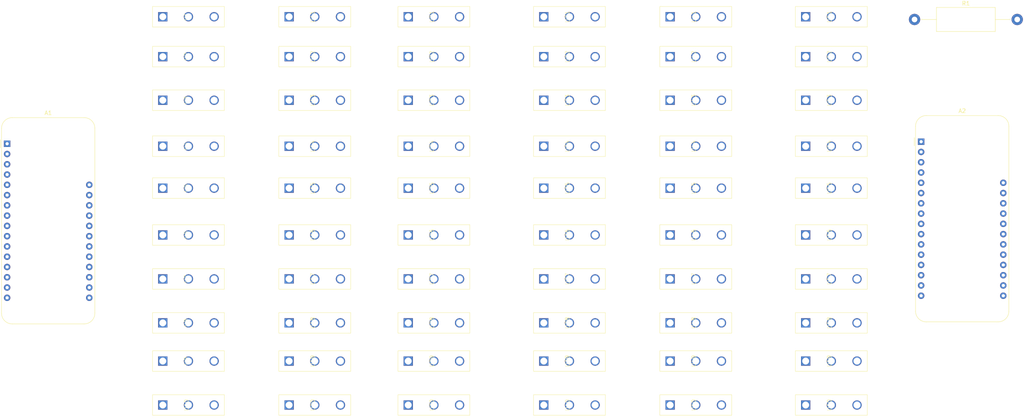
<source format=kicad_pcb>
(kicad_pcb (version 20221018) (generator pcbnew)
  (layers (0 "F.Cu" signal) (31 "B.Cu" signal) (34 "B.Paste" user) (35 "F.Paste" user) (36 "B.SilkS" user "B.Silkscreen") (37 "F.SilkS" user "F.Silkscreen") (38 "B.Mask" user) (39 "F.Mask" user) (44 "Edge.Cuts" user))
  (net 0 "")
  (net 2 "Net-(A1-3V3)")
  (net 4 "Earth")
  (net 9 "Net-(A1-A4)")
  (net 10 "Net-(A1-A5)")
  (net 11 "Net-(A1-SCK{slash}D24)")
  (net 12 "Net-(A1-MOSI{slash}D23)")
  (net 13 "Net-(A1-MISO{slash}D22)")
  (net 22 "Net-(A1-D11)")
  (net 43 "Net-(A2-D4)")
  (footprint "1_my_custom_symbol_library:DS18B20 Connector" (layer "F.Cu") (at 75.184 59.73522)
    (fp_text reference "U2" (at -0.5 0 90 unlocked) (layer "F.SilkS") (effects (font (thickness 0.1))))
    (fp_text value "DS18B20")
    (fp_rect (start -8.89 2.54) (end 8.89 -2.54) (stroke (width 0.1)) (fill none) (layer "F.SilkS"))
    (pad "1" thru_hole rect (at -6.35 0 90) (size 2.3 2.3) (drill 1.7) (layers "*.Cu" "*.Mask") (net 2 "Net-(A1-3V3)"))
    (pad "2" thru_hole circle (at 0 0 90) (size 2.3 2.3) (drill 1.7) (layers "*.Cu" "*.Mask") (net 43 "Net-(A2-D4)"))
    (pad "3" thru_hole circle (at 6.35 0 90) (size 2.3 2.3) (drill 1.7) (layers "*.Cu" "*.Mask") (net 4 "Earth"))
  )
  (footprint "1_my_custom_symbol_library:DS18B20 Connector" (layer "F.Cu") (at 135.89 145.902)
    (fp_text reference "U30" (at -0.5 0 90 unlocked) (layer "F.SilkS") (effects (font (thickness 0.1))))
    (fp_text value "DS18B20")
    (fp_rect (start -8.89 2.54) (end 8.89 -2.54) (stroke (width 0.1)) (fill none) (layer "F.SilkS"))
    (pad "1" thru_hole rect (at -6.35 0 90) (size 2.3 2.3) (drill 1.7) (layers "*.Cu" "*.Mask") (net 2 "Net-(A1-3V3)"))
    (pad "2" thru_hole circle (at 0 0 90) (size 2.3 2.3) (drill 1.7) (layers "*.Cu" "*.Mask") (net 43 "Net-(A2-D4)"))
    (pad "3" thru_hole circle (at 6.35 0 90) (size 2.3 2.3) (drill 1.7) (layers "*.Cu" "*.Mask") (net 4 "Earth"))
  )
  (footprint "1_my_custom_symbol_library:DS18B20 Connector" (layer "F.Cu") (at 106.43077 103.842)
    (fp_text reference "U16" (at -0.5 0 90 unlocked) (layer "F.SilkS") (effects (font (thickness 0.1))))
    (fp_text value "DS18B20")
    (fp_rect (start -8.89 2.54) (end 8.89 -2.54) (stroke (width 0.1)) (fill none) (layer "F.SilkS"))
    (pad "1" thru_hole rect (at -6.35 0 90) (size 2.3 2.3) (drill 1.7) (layers "*.Cu" "*.Mask") (net 2 "Net-(A1-3V3)"))
    (pad "2" thru_hole circle (at 0 0 90) (size 2.3 2.3) (drill 1.7) (layers "*.Cu" "*.Mask") (net 43 "Net-(A2-D4)"))
    (pad "3" thru_hole circle (at 6.35 0 90) (size 2.3 2.3) (drill 1.7) (layers "*.Cu" "*.Mask") (net 4 "Earth"))
  )
  (footprint "1_my_custom_symbol_library:DS18B20 Connector" (layer "F.Cu") (at 200.66 103.842)
    (fp_text reference "U46" (at -0.5 0 90 unlocked) (layer "F.SilkS") (effects (font (thickness 0.1))))
    (fp_text value "DS18B20")
    (fp_rect (start -8.89 2.54) (end 8.89 -2.54) (stroke (width 0.1)) (fill none) (layer "F.SilkS"))
    (pad "1" thru_hole rect (at -6.35 0 90) (size 2.3 2.3) (drill 1.7) (layers "*.Cu" "*.Mask") (net 2 "Net-(A1-3V3)"))
    (pad "2" thru_hole circle (at 0 0 90) (size 2.3 2.3) (drill 1.7) (layers "*.Cu" "*.Mask") (net 43 "Net-(A2-D4)"))
    (pad "3" thru_hole circle (at 6.35 0 90) (size 2.3 2.3) (drill 1.7) (layers "*.Cu" "*.Mask") (net 4 "Earth"))
  )
  (footprint "1_my_custom_symbol_library:DS18B20 Connector" (layer "F.Cu") (at 234.188 103.842)
    (fp_text reference "U56" (at -0.5 0 90 unlocked) (layer "F.SilkS") (effects (font (thickness 0.1))))
    (fp_text value "DS18B20")
    (fp_rect (start -8.89 2.54) (end 8.89 -2.54) (stroke (width 0.1)) (fill none) (layer "F.SilkS"))
    (pad "1" thru_hole rect (at -6.35 0 90) (size 2.3 2.3) (drill 1.7) (layers "*.Cu" "*.Mask") (net 2 "Net-(A1-3V3)"))
    (pad "2" thru_hole circle (at 0 0 90) (size 2.3 2.3) (drill 1.7) (layers "*.Cu" "*.Mask") (net 43 "Net-(A2-D4)"))
    (pad "3" thru_hole circle (at 6.35 0 90) (size 2.3 2.3) (drill 1.7) (layers "*.Cu" "*.Mask") (net 4 "Earth"))
  )
  (footprint "1_my_custom_symbol_library:DS18B20 Connector" (layer "F.Cu") (at 169.418 59.73522)
    (fp_text reference "U32" (at -0.5 0 90 unlocked) (layer "F.SilkS") (effects (font (thickness 0.1))))
    (fp_text value "DS18B20")
    (fp_rect (start -8.89 2.54) (end 8.89 -2.54) (stroke (width 0.1)) (fill none) (layer "F.SilkS"))
    (pad "1" thru_hole rect (at -6.35 0 90) (size 2.3 2.3) (drill 1.7) (layers "*.Cu" "*.Mask") (net 2 "Net-(A1-3V3)"))
    (pad "2" thru_hole circle (at 0 0 90) (size 2.3 2.3) (drill 1.7) (layers "*.Cu" "*.Mask") (net 43 "Net-(A2-D4)"))
    (pad "3" thru_hole circle (at 6.35 0 90) (size 2.3 2.3) (drill 1.7) (layers "*.Cu" "*.Mask") (net 4 "Earth"))
  )
  (footprint "1_my_custom_symbol_library:DS18B20 Connector" (layer "F.Cu") (at 106.43077 59.73522)
    (fp_text reference "U12" (at -0.5 0 90 unlocked) (layer "F.SilkS") (effects (font (thickness 0.1))))
    (fp_text value "DS18B20")
    (fp_rect (start -8.89 2.54) (end 8.89 -2.54) (stroke (width 0.1)) (fill none) (layer "F.SilkS"))
    (pad "1" thru_hole rect (at -6.35 0 90) (size 2.3 2.3) (drill 1.7) (layers "*.Cu" "*.Mask") (net 2 "Net-(A1-3V3)"))
    (pad "2" thru_hole circle (at 0 0 90) (size 2.3 2.3) (drill 1.7) (layers "*.Cu" "*.Mask") (net 43 "Net-(A2-D4)"))
    (pad "3" thru_hole circle (at 6.35 0 90) (size 2.3 2.3) (drill 1.7) (layers "*.Cu" "*.Mask") (net 4 "Earth"))
  )
  (footprint "1_my_custom_symbol_library:DS18B20 Connector" (layer "F.Cu") (at 234.188 125.582)
    (fp_text reference "U58" (at -0.5 0 90 unlocked) (layer "F.SilkS") (effects (font (thickness 0.1))))
    (fp_text value "DS18B20")
    (fp_rect (start -8.89 2.54) (end 8.89 -2.54) (stroke (width 0.1)) (fill none) (layer "F.SilkS"))
    (pad "1" thru_hole rect (at -6.35 0 90) (size 2.3 2.3) (drill 1.7) (layers "*.Cu" "*.Mask") (net 2 "Net-(A1-3V3)"))
    (pad "2" thru_hole circle (at 0 0 90) (size 2.3 2.3) (drill 1.7) (layers "*.Cu" "*.Mask") (net 43 "Net-(A2-D4)"))
    (pad "3" thru_hole circle (at 6.35 0 90) (size 2.3 2.3) (drill 1.7) (layers "*.Cu" "*.Mask") (net 4 "Earth"))
  )
  (footprint "1_my_custom_symbol_library:DS18B20 Connector" (layer "F.Cu") (at 106.43077 145.902)
    (fp_text reference "U20" (at -0.5 0 90 unlocked) (layer "F.SilkS") (effects (font (thickness 0.1))))
    (fp_text value "DS18B20")
    (fp_rect (start -8.89 2.54) (end 8.89 -2.54) (stroke (width 0.1)) (fill none) (layer "F.SilkS"))
    (pad "1" thru_hole rect (at -6.35 0 90) (size 2.3 2.3) (drill 1.7) (layers "*.Cu" "*.Mask") (net 2 "Net-(A1-3V3)"))
    (pad "2" thru_hole circle (at 0 0 90) (size 2.3 2.3) (drill 1.7) (layers "*.Cu" "*.Mask") (net 43 "Net-(A2-D4)"))
    (pad "3" thru_hole circle (at 6.35 0 90) (size 2.3 2.3) (drill 1.7) (layers "*.Cu" "*.Mask") (net 4 "Earth"))
  )
  (footprint "Resistor_THT:R_Axial_DIN0614_L14.3mm_D5.7mm_P25.40mm_Horizontal" (layer "F.Cu") (at 254.762 50.546)
    (fp_text reference "R1" (at 12.7 -3.97) (layer "F.SilkS"))
    (fp_text value "R_US")
    (fp_line (start 1.64 0) (end 5.43 0) (stroke (width 0.12)) (layer "F.SilkS"))
    (fp_line (start 5.43 -2.97) (end 5.43 2.97) (stroke (width 0.12)) (layer "F.SilkS"))
    (fp_line (start 5.43 2.97) (end 19.97 2.97) (stroke (width 0.12)) (layer "F.SilkS"))
    (fp_line (start 19.97 -2.97) (end 5.43 -2.97) (stroke (width 0.12)) (layer "F.SilkS"))
    (fp_line (start 19.97 2.97) (end 19.97 -2.97) (stroke (width 0.12)) (layer "F.SilkS"))
    (fp_line (start 23.76 0) (end 19.97 0) (stroke (width 0.12)) (layer "F.SilkS"))
    (pad "1" thru_hole circle (at 0 0) (size 2.8 2.8) (drill 1.4) (layers "*.Cu" "*.Mask") (net 43 "Net-(A2-D4)"))
    (pad "2" thru_hole oval (at 25.4 0) (size 2.8 2.8) (drill 1.4) (layers "*.Cu" "*.Mask") (net 2 "Net-(A1-3V3)"))
  )
  (footprint "1_my_custom_symbol_library:DS18B20 Connector" (layer "F.Cu") (at 106.43077 70.522)
    (fp_text reference "U13" (at -0.5 0 90 unlocked) (layer "F.SilkS") (effects (font (thickness 0.1))))
    (fp_text value "DS18B20")
    (fp_rect (start -8.89 2.54) (end 8.89 -2.54) (stroke (width 0.1)) (fill none) (layer "F.SilkS"))
    (pad "1" thru_hole rect (at -6.35 0 90) (size 2.3 2.3) (drill 1.7) (layers "*.Cu" "*.Mask") (net 2 "Net-(A1-3V3)"))
    (pad "2" thru_hole circle (at 0 0 90) (size 2.3 2.3) (drill 1.7) (layers "*.Cu" "*.Mask") (net 43 "Net-(A2-D4)"))
    (pad "3" thru_hole circle (at 6.35 0 90) (size 2.3 2.3) (drill 1.7) (layers "*.Cu" "*.Mask") (net 4 "Earth"))
  )
  (footprint "1_my_custom_symbol_library:DS18B20 Connector" (layer "F.Cu") (at 234.188 92.262)
    (fp_text reference "U55" (at -0.5 0 90 unlocked) (layer "F.SilkS") (effects (font (thickness 0.1))))
    (fp_text value "DS18B20")
    (fp_rect (start -8.89 2.54) (end 8.89 -2.54) (stroke (width 0.1)) (fill none) (layer "F.SilkS"))
    (pad "1" thru_hole rect (at -6.35 0 90) (size 2.3 2.3) (drill 1.7) (layers "*.Cu" "*.Mask") (net 2 "Net-(A1-3V3)"))
    (pad "2" thru_hole circle (at 0 0 90) (size 2.3 2.3) (drill 1.7) (layers "*.Cu" "*.Mask") (net 43 "Net-(A2-D4)"))
    (pad "3" thru_hole circle (at 6.35 0 90) (size 2.3 2.3) (drill 1.7) (layers "*.Cu" "*.Mask") (net 4 "Earth"))
  )
  (footprint "Module:Adafruit_Feather" (layer "F.Cu") (at 30.3335 81.28)
    (fp_text reference "A1" (at 10.16 -7.62) (layer "F.SilkS"))
    (fp_text value "Adafruit_Feather_M0_Adalogger")
    (fp_line (start -1.7 1) (end -1.7 -1) (stroke (width 0.12)) (layer "F.SilkS"))
    (fp_line (start -1.38 -3.81) (end -1.38 41.91) (stroke (width 0.12)) (layer "F.SilkS"))
    (fp_line (start 19.05 -6.46) (end 1.27 -6.46) (stroke (width 0.12)) (layer "F.SilkS"))
    (fp_line (start 19.05 44.56) (end 1.27 44.56) (stroke (width 0.12)) (layer "F.SilkS"))
    (fp_line (start 21.7 -3.81) (end 21.7 41.91) (stroke (width 0.12)) (layer "F.SilkS"))
    (fp_arc (start -1.38 -3.81) (mid -0.603833 -5.683833) (end 1.27 -6.46) (stroke (width 0.12)) (layer "F.SilkS"))
    (fp_arc (start 1.27 44.56) (mid -0.603833 43.783833) (end -1.38 41.91) (stroke (width 0.12)) (layer "F.SilkS"))
    (fp_arc (start 19.05 -6.46) (mid 20.923833 -5.683833) (end 21.7 -3.81) (stroke (width 0.12)) (layer "F.SilkS"))
    (fp_arc (start 21.7 41.91) (mid 20.923833 43.783833) (end 19.05 44.56) (stroke (width 0.12)) (layer "F.SilkS"))
    (pad "1" thru_hole rect (at 0 0 180) (size 1.6 1.6) (drill 0.8) (layers "*.Cu" "*.Mask"))
    (pad "2" thru_hole circle (at 0 2.54 180) (size 1.6 1.6) (drill 0.8) (layers "*.Cu" "*.Mask") (net 2 "Net-(A1-3V3)"))
    (pad "3" thru_hole circle (at 0 5.08 180) (size 1.6 1.6) (drill 0.8) (layers "*.Cu" "*.Mask"))
    (pad "4" thru_hole circle (at 0 7.62 180) (size 1.6 1.6) (drill 0.8) (layers "*.Cu" "*.Mask") (net 4 "Earth"))
    (pad "5" thru_hole circle (at 0 10.16 180) (size 1.6 1.6) (drill 0.8) (layers "*.Cu" "*.Mask"))
    (pad "6" thru_hole circle (at 0 12.7 180) (size 1.6 1.6) (drill 0.8) (layers "*.Cu" "*.Mask"))
    (pad "7" thru_hole circle (at 0 15.24 180) (size 1.6 1.6) (drill 0.8) (layers "*.Cu" "*.Mask"))
    (pad "8" thru_hole circle (at 0 17.78 180) (size 1.6 1.6) (drill 0.8) (layers "*.Cu" "*.Mask"))
    (pad "9" thru_hole circle (at 0 20.32 180) (size 1.6 1.6) (drill 0.8) (layers "*.Cu" "*.Mask") (net 9 "Net-(A1-A4)"))
    (pad "10" thru_hole circle (at 0 22.86 180) (size 1.6 1.6) (drill 0.8) (layers "*.Cu" "*.Mask") (net 10 "Net-(A1-A5)"))
    (pad "11" thru_hole circle (at 0 25.4 180) (size 1.6 1.6) (drill 0.8) (layers "*.Cu" "*.Mask") (net 11 "Net-(A1-SCK{slash}D24)"))
    (pad "12" thru_hole circle (at 0 27.94 180) (size 1.6 1.6) (drill 0.8) (layers "*.Cu" "*.Mask") (net 12 "Net-(A1-MOSI{slash}D23)"))
    (pad "13" thru_hole circle (at 0 30.48 180) (size 1.6 1.6) (drill 0.8) (layers "*.Cu" "*.Mask") (net 13 "Net-(A1-MISO{slash}D22)"))
    (pad "14" thru_hole circle (at 0 33.02 180) (size 1.6 1.6) (drill 0.8) (layers "*.Cu" "*.Mask"))
    (pad "15" thru_hole circle (at 0 35.56 180) (size 1.6 1.6) (drill 0.8) (layers "*.Cu" "*.Mask"))
    (pad "16" thru_hole circle (at 0 38.1 180) (size 1.6 1.6) (drill 0.8) (layers "*.Cu" "*.Mask") (net 4 "Earth"))
    (pad "17" thru_hole circle (at 20.32 38.1 180) (size 1.6 1.6) (drill 0.8) (layers "*.Cu" "*.Mask"))
    (pad "18" thru_hole circle (at 20.32 35.56 180) (size 1.6 1.6) (drill 0.8) (layers "*.Cu" "*.Mask"))
    (pad "19" thru_hole circle (at 20.32 33.02 180) (size 1.6 1.6) (drill 0.8) (layers "*.Cu" "*.Mask"))
    (pad "20" thru_hole circle (at 20.32 30.48 180) (size 1.6 1.6) (drill 0.8) (layers "*.Cu" "*.Mask"))
    (pad "21" thru_hole circle (at 20.32 27.94 180) (size 1.6 1.6) (drill 0.8) (layers "*.Cu" "*.Mask"))
    (pad "22" thru_hole circle (at 20.32 25.4 180) (size 1.6 1.6) (drill 0.8) (layers "*.Cu" "*.Mask"))
    (pad "23" thru_hole circle (at 20.32 22.86 180) (size 1.6 1.6) (drill 0.8) (layers "*.Cu" "*.Mask") (net 22 "Net-(A1-D11)"))
    (pad "24" thru_hole circle (at 20.32 20.32 180) (size 1.6 1.6) (drill 0.8) (layers "*.Cu" "*.Mask"))
    (pad "25" thru_hole circle (at 20.32 17.78 180) (size 1.6 1.6) (drill 0.8) (layers "*.Cu" "*.Mask"))
    (pad "26" thru_hole circle (at 20.32 15.24 180) (size 1.6 1.6) (drill 0.8) (layers "*.Cu" "*.Mask"))
    (pad "27" thru_hole circle (at 20.32 12.7 180) (size 1.6 1.6) (drill 0.8) (layers "*.Cu" "*.Mask"))
    (pad "28" thru_hole circle (at 20.32 10.16 180) (size 1.6 1.6) (drill 0.8) (layers "*.Cu" "*.Mask"))
  )
  (footprint "1_my_custom_symbol_library:DS18B20 Connector" (layer "F.Cu") (at 106.43077 125.582)
    (fp_text reference "U18" (at -0.5 0 90 unlocked) (layer "F.SilkS") (effects (font (thickness 0.1))))
    (fp_text value "DS18B20")
    (fp_rect (start -8.89 2.54) (end 8.89 -2.54) (stroke (width 0.1)) (fill none) (layer "F.SilkS"))
    (pad "1" thru_hole rect (at -6.35 0 90) (size 2.3 2.3) (drill 1.7) (layers "*.Cu" "*.Mask") (net 2 "Net-(A1-3V3)"))
    (pad "2" thru_hole circle (at 0 0 90) (size 2.3 2.3) (drill 1.7) (layers "*.Cu" "*.Mask") (net 43 "Net-(A2-D4)"))
    (pad "3" thru_hole circle (at 6.35 0 90) (size 2.3 2.3) (drill 1.7) (layers "*.Cu" "*.Mask") (net 4 "Earth"))
  )
  (footprint "1_my_custom_symbol_library:DS18B20 Connector" (layer "F.Cu") (at 75.184 70.522)
    (fp_text reference "U3" (at -0.5 0 90 unlocked) (layer "F.SilkS") (effects (font (thickness 0.1))))
    (fp_text value "DS18B20")
    (fp_rect (start -8.89 2.54) (end 8.89 -2.54) (stroke (width 0.1)) (fill none) (layer "F.SilkS"))
    (pad "1" thru_hole rect (at -6.35 0 90) (size 2.3 2.3) (drill 1.7) (layers "*.Cu" "*.Mask") (net 2 "Net-(A1-3V3)"))
    (pad "2" thru_hole circle (at 0 0 90) (size 2.3 2.3) (drill 1.7) (layers "*.Cu" "*.Mask") (net 43 "Net-(A2-D4)"))
    (pad "3" thru_hole circle (at 6.35 0 90) (size 2.3 2.3) (drill 1.7) (layers "*.Cu" "*.Mask") (net 4 "Earth"))
  )
  (footprint "1_my_custom_symbol_library:DS18B20 Connector" (layer "F.Cu") (at 234.188 70.522)
    (fp_text reference "U53" (at -0.5 0 90 unlocked) (layer "F.SilkS") (effects (font (thickness 0.1))))
    (fp_text value "DS18B20")
    (fp_rect (start -8.89 2.54) (end 8.89 -2.54) (stroke (width 0.1)) (fill none) (layer "F.SilkS"))
    (pad "1" thru_hole rect (at -6.35 0 90) (size 2.3 2.3) (drill 1.7) (layers "*.Cu" "*.Mask") (net 2 "Net-(A1-3V3)"))
    (pad "2" thru_hole circle (at 0 0 90) (size 2.3 2.3) (drill 1.7) (layers "*.Cu" "*.Mask") (net 43 "Net-(A2-D4)"))
    (pad "3" thru_hole circle (at 6.35 0 90) (size 2.3 2.3) (drill 1.7) (layers "*.Cu" "*.Mask") (net 4 "Earth"))
  )
  (footprint "1_my_custom_symbol_library:DS18B20 Connector" (layer "F.Cu") (at 135.89 70.522)
    (fp_text reference "U23" (at -0.5 0 90 unlocked) (layer "F.SilkS") (effects (font (thickness 0.1))))
    (fp_text value "DS18B20")
    (fp_rect (start -8.89 2.54) (end 8.89 -2.54) (stroke (width 0.1)) (fill none) (layer "F.SilkS"))
    (pad "1" thru_hole rect (at -6.35 0 90) (size 2.3 2.3) (drill 1.7) (layers "*.Cu" "*.Mask") (net 2 "Net-(A1-3V3)"))
    (pad "2" thru_hole circle (at 0 0 90) (size 2.3 2.3) (drill 1.7) (layers "*.Cu" "*.Mask") (net 43 "Net-(A2-D4)"))
    (pad "3" thru_hole circle (at 6.35 0 90) (size 2.3 2.3) (drill 1.7) (layers "*.Cu" "*.Mask") (net 4 "Earth"))
  )
  (footprint "1_my_custom_symbol_library:DS18B20 Connector" (layer "F.Cu") (at 135.89 114.712)
    (fp_text reference "U27" (at -0.5 0 90 unlocked) (layer "F.SilkS") (effects (font (thickness 0.1))))
    (fp_text value "DS18B20")
    (fp_rect (start -8.89 2.54) (end 8.89 -2.54) (stroke (width 0.1)) (fill none) (layer "F.SilkS"))
    (pad "1" thru_hole rect (at -6.35 0 90) (size 2.3 2.3) (drill 1.7) (layers "*.Cu" "*.Mask") (net 2 "Net-(A1-3V3)"))
    (pad "2" thru_hole circle (at 0 0 90) (size 2.3 2.3) (drill 1.7) (layers "*.Cu" "*.Mask") (net 43 "Net-(A2-D4)"))
    (pad "3" thru_hole circle (at 6.35 0 90) (size 2.3 2.3) (drill 1.7) (layers "*.Cu" "*.Mask") (net 4 "Earth"))
  )
  (footprint "1_my_custom_symbol_library:DS18B20 Connector" (layer "F.Cu") (at 200.66 125.582)
    (fp_text reference "U48" (at -0.5 0 90 unlocked) (layer "F.SilkS") (effects (font (thickness 0.1))))
    (fp_text value "DS18B20")
    (fp_rect (start -8.89 2.54) (end 8.89 -2.54) (stroke (width 0.1)) (fill none) (layer "F.SilkS"))
    (pad "1" thru_hole rect (at -6.35 0 90) (size 2.3 2.3) (drill 1.7) (layers "*.Cu" "*.Mask") (net 2 "Net-(A1-3V3)"))
    (pad "2" thru_hole circle (at 0 0 90) (size 2.3 2.3) (drill 1.7) (layers "*.Cu" "*.Mask") (net 43 "Net-(A2-D4)"))
    (pad "3" thru_hole circle (at 6.35 0 90) (size 2.3 2.3) (drill 1.7) (layers "*.Cu" "*.Mask") (net 4 "Earth"))
  )
  (footprint "1_my_custom_symbol_library:DS18B20 Connector" (layer "F.Cu") (at 135.89 125.582)
    (fp_text reference "U28" (at -0.5 0 90 unlocked) (layer "F.SilkS") (effects (font (thickness 0.1))))
    (fp_text value "DS18B20")
    (fp_rect (start -8.89 2.54) (end 8.89 -2.54) (stroke (width 0.1)) (fill none) (layer "F.SilkS"))
    (pad "1" thru_hole rect (at -6.35 0 90) (size 2.3 2.3) (drill 1.7) (layers "*.Cu" "*.Mask") (net 2 "Net-(A1-3V3)"))
    (pad "2" thru_hole circle (at 0 0 90) (size 2.3 2.3) (drill 1.7) (layers "*.Cu" "*.Mask") (net 43 "Net-(A2-D4)"))
    (pad "3" thru_hole circle (at 6.35 0 90) (size 2.3 2.3) (drill 1.7) (layers "*.Cu" "*.Mask") (net 4 "Earth"))
  )
  (footprint "1_my_custom_symbol_library:DS18B20 Connector" (layer "F.Cu") (at 169.418 145.902)
    (fp_text reference "U40" (at -0.5 0 90 unlocked) (layer "F.SilkS") (effects (font (thickness 0.1))))
    (fp_text value "DS18B20")
    (fp_rect (start -8.89 2.54) (end 8.89 -2.54) (stroke (width 0.1)) (fill none) (layer "F.SilkS"))
    (pad "1" thru_hole rect (at -6.35 0 90) (size 2.3 2.3) (drill 1.7) (layers "*.Cu" "*.Mask") (net 2 "Net-(A1-3V3)"))
    (pad "2" thru_hole circle (at 0 0 90) (size 2.3 2.3) (drill 1.7) (layers "*.Cu" "*.Mask") (net 43 "Net-(A2-D4)"))
    (pad "3" thru_hole circle (at 6.35 0 90) (size 2.3 2.3) (drill 1.7) (layers "*.Cu" "*.Mask") (net 4 "Earth"))
  )
  (footprint "1_my_custom_symbol_library:DS18B20 Connector" (layer "F.Cu") (at 169.418 103.842)
    (fp_text reference "U36" (at -0.5 0 90 unlocked) (layer "F.SilkS") (effects (font (thickness 0.1))))
    (fp_text value "DS18B20")
    (fp_rect (start -8.89 2.54) (end 8.89 -2.54) (stroke (width 0.1)) (fill none) (layer "F.SilkS"))
    (pad "1" thru_hole rect (at -6.35 0 90) (size 2.3 2.3) (drill 1.7) (layers "*.Cu" "*.Mask") (net 2 "Net-(A1-3V3)"))
    (pad "2" thru_hole circle (at 0 0 90) (size 2.3 2.3) (drill 1.7) (layers "*.Cu" "*.Mask") (net 43 "Net-(A2-D4)"))
    (pad "3" thru_hole circle (at 6.35 0 90) (size 2.3 2.3) (drill 1.7) (layers "*.Cu" "*.Mask") (net 4 "Earth"))
  )
  (footprint "1_my_custom_symbol_library:DS18B20 Connector" (layer "F.Cu") (at 75.184 92.262)
    (fp_text reference "U5" (at -0.5 0 90 unlocked) (layer "F.SilkS") (effects (font (thickness 0.1))))
    (fp_text value "DS18B20")
    (fp_rect (start -8.89 2.54) (end 8.89 -2.54) (stroke (width 0.1)) (fill none) (layer "F.SilkS"))
    (pad "1" thru_hole rect (at -6.35 0 90) (size 2.3 2.3) (drill 1.7) (layers "*.Cu" "*.Mask") (net 2 "Net-(A1-3V3)"))
    (pad "2" thru_hole circle (at 0 0 90) (size 2.3 2.3) (drill 1.7) (layers "*.Cu" "*.Mask") (net 43 "Net-(A2-D4)"))
    (pad "3" thru_hole circle (at 6.35 0 90) (size 2.3 2.3) (drill 1.7) (layers "*.Cu" "*.Mask") (net 4 "Earth"))
  )
  (footprint "1_my_custom_symbol_library:DS18B20 Connector" (layer "F.Cu") (at 234.188 114.712)
    (fp_text reference "U57" (at -0.5 0 90 unlocked) (layer "F.SilkS") (effects (font (thickness 0.1))))
    (fp_text value "DS18B20")
    (fp_rect (start -8.89 2.54) (end 8.89 -2.54) (stroke (width 0.1)) (fill none) (layer "F.SilkS"))
    (pad "1" thru_hole rect (at -6.35 0 90) (size 2.3 2.3) (drill 1.7) (layers "*.Cu" "*.Mask") (net 2 "Net-(A1-3V3)"))
    (pad "2" thru_hole circle (at 0 0 90) (size 2.3 2.3) (drill 1.7) (layers "*.Cu" "*.Mask") (net 43 "Net-(A2-D4)"))
    (pad "3" thru_hole circle (at 6.35 0 90) (size 2.3 2.3) (drill 1.7) (layers "*.Cu" "*.Mask") (net 4 "Earth"))
  )
  (footprint "1_my_custom_symbol_library:DS18B20 Connector" (layer "F.Cu") (at 234.188 59.73522)
    (fp_text reference "U52" (at -0.5 0 90 unlocked) (layer "F.SilkS") (effects (font (thickness 0.1))))
    (fp_text value "DS18B20")
    (fp_rect (start -8.89 2.54) (end 8.89 -2.54) (stroke (width 0.1)) (fill none) (layer "F.SilkS"))
    (pad "1" thru_hole rect (at -6.35 0 90) (size 2.3 2.3) (drill 1.7) (layers "*.Cu" "*.Mask") (net 2 "Net-(A1-3V3)"))
    (pad "2" thru_hole circle (at 0 0 90) (size 2.3 2.3) (drill 1.7) (layers "*.Cu" "*.Mask") (net 43 "Net-(A2-D4)"))
    (pad "3" thru_hole circle (at 6.35 0 90) (size 2.3 2.3) (drill 1.7) (layers "*.Cu" "*.Mask") (net 4 "Earth"))
  )
  (footprint "1_my_custom_symbol_library:DS18B20 Connector" (layer "F.Cu") (at 169.418 70.522)
    (fp_text reference "U33" (at -0.5 0 90 unlocked) (layer "F.SilkS") (effects (font (thickness 0.1))))
    (fp_text value "DS18B20")
    (fp_rect (start -8.89 2.54) (end 8.89 -2.54) (stroke (width 0.1)) (fill none) (layer "F.SilkS"))
    (pad "1" thru_hole rect (at -6.35 0 90) (size 2.3 2.3) (drill 1.7) (layers "*.Cu" "*.Mask") (net 2 "Net-(A1-3V3)"))
    (pad "2" thru_hole circle (at 0 0 90) (size 2.3 2.3) (drill 1.7) (layers "*.Cu" "*.Mask") (net 43 "Net-(A2-D4)"))
    (pad "3" thru_hole circle (at 6.35 0 90) (size 2.3 2.3) (drill 1.7) (layers "*.Cu" "*.Mask") (net 4 "Earth"))
  )
  (footprint "1_my_custom_symbol_library:DS18B20 Connector" (layer "F.Cu") (at 106.43077 49.86965)
    (fp_text reference "U11" (at -0.5 0 90 unlocked) (layer "F.SilkS") (effects (font (thickness 0.1))))
    (fp_text value "DS18B20")
    (fp_rect (start -8.89 2.54) (end 8.89 -2.54) (stroke (width 0.1)) (fill none) (layer "F.SilkS"))
    (pad "1" thru_hole rect (at -6.35 0 90) (size 2.3 2.3) (drill 1.7) (layers "*.Cu" "*.Mask") (net 2 "Net-(A1-3V3)"))
    (pad "2" thru_hole circle (at 0 0 90) (size 2.3 2.3) (drill 1.7) (layers "*.Cu" "*.Mask") (net 43 "Net-(A2-D4)"))
    (pad "3" thru_hole circle (at 6.35 0 90) (size 2.3 2.3) (drill 1.7) (layers "*.Cu" "*.Mask") (net 4 "Earth"))
  )
  (footprint "1_my_custom_symbol_library:DS18B20 Connector" (layer "F.Cu") (at 135.89 92.262)
    (fp_text reference "U25" (at -0.5 0 90 unlocked) (layer "F.SilkS") (effects (font (thickness 0.1))))
    (fp_text value "DS18B20")
    (fp_rect (start -8.89 2.54) (end 8.89 -2.54) (stroke (width 0.1)) (fill none) (layer "F.SilkS"))
    (pad "1" thru_hole rect (at -6.35 0 90) (size 2.3 2.3) (drill 1.7) (layers "*.Cu" "*.Mask") (net 2 "Net-(A1-3V3)"))
    (pad "2" thru_hole circle (at 0 0 90) (size 2.3 2.3) (drill 1.7) (layers "*.Cu" "*.Mask") (net 43 "Net-(A2-D4)"))
    (pad "3" thru_hole circle (at 6.35 0 90) (size 2.3 2.3) (drill 1.7) (layers "*.Cu" "*.Mask") (net 4 "Earth"))
  )
  (footprint "1_my_custom_symbol_library:DS18B20 Connector" (layer "F.Cu") (at 200.66 59.73522 90)
    (fp_text reference "U42" (at 0 -0.5 90 unlocked) (layer "F.SilkS") (effects (font (thickness 0.1))))
    (fp_text value "DS18B20")
    (fp_rect (start -2.54 -8.89) (end 2.54 8.89) (stroke (width 0.1)) (fill none) (layer "F.SilkS"))
    (pad "1" thru_hole rect (at 0 -6.35 90) (size 2.3 2.3) (drill 1.7) (layers "*.Cu" "*.Mask") (net 2 "Net-(A1-3V3)"))
    (pad "2" thru_hole circle (at 0 0 90) (size 2.3 2.3) (drill 1.7) (layers "*.Cu" "*.Mask") (net 43 "Net-(A2-D4)"))
    (pad "3" thru_hole circle (at 0 6.35 90) (size 2.3 2.3) (drill 1.7) (layers "*.Cu" "*.Mask") (net 4 "Earth"))
  )
  (footprint "1_my_custom_symbol_library:DS18B20 Connector" (layer "F.Cu") (at 75.184 49.86965)
    (fp_text reference "U1" (at -0.5 0 90 unlocked) (layer "F.SilkS") (effects (font (thickness 0.1))))
    (fp_text value "DS18B20")
    (fp_rect (start -8.89 2.54) (end 8.89 -2.54) (stroke (width 0.1)) (fill none) (layer "F.SilkS"))
    (pad "1" thru_hole rect (at -6.35 0 90) (size 2.3 2.3) (drill 1.7) (layers "*.Cu" "*.Mask") (net 2 "Net-(A1-3V3)"))
    (pad "2" thru_hole circle (at 0 0 90) (size 2.3 2.3) (drill 1.7) (layers "*.Cu" "*.Mask") (net 43 "Net-(A2-D4)"))
    (pad "3" thru_hole circle (at 6.35 0 90) (size 2.3 2.3) (drill 1.7) (layers "*.Cu" "*.Mask") (net 4 "Earth"))
  )
  (footprint "1_my_custom_symbol_library:DS18B20 Connector" (layer "F.Cu") (at 135.89 49.86965)
    (fp_text reference "U21" (at -0.5 0 90 unlocked) (layer "F.SilkS") (effects (font (thickness 0.1))))
    (fp_text value "DS18B20")
    (fp_rect (start -8.89 2.54) (end 8.89 -2.54) (stroke (width 0.1)) (fill none) (layer "F.SilkS"))
    (pad "1" thru_hole rect (at -6.35 0 90) (size 2.3 2.3) (drill 1.7) (layers "*.Cu" "*.Mask") (net 2 "Net-(A1-3V3)"))
    (pad "2" thru_hole circle (at 0 0 90) (size 2.3 2.3) (drill 1.7) (layers "*.Cu" "*.Mask") (net 43 "Net-(A2-D4)"))
    (pad "3" thru_hole circle (at 6.35 0 90) (size 2.3 2.3) (drill 1.7) (layers "*.Cu" "*.Mask") (net 4 "Earth"))
  )
  (footprint "1_my_custom_symbol_library:DS18B20 Connector" (layer "F.Cu") (at 200.66 114.712)
    (fp_text reference "U47" (at -0.5 0 90 unlocked) (layer "F.SilkS") (effects (font (thickness 0.1))))
    (fp_text value "DS18B20")
    (fp_rect (start -8.89 2.54) (end 8.89 -2.54) (stroke (width 0.1)) (fill none) (layer "F.SilkS"))
    (pad "1" thru_hole rect (at -6.35 0 90) (size 2.3 2.3) (drill 1.7) (layers "*.Cu" "*.Mask") (net 2 "Net-(A1-3V3)"))
    (pad "2" thru_hole circle (at 0 0 90) (size 2.3 2.3) (drill 1.7) (layers "*.Cu" "*.Mask") (net 43 "Net-(A2-D4)"))
    (pad "3" thru_hole circle (at 6.35 0 90) (size 2.3 2.3) (drill 1.7) (layers "*.Cu" "*.Mask") (net 4 "Earth"))
  )
  (footprint "1_my_custom_symbol_library:DS18B20 Connector" (layer "F.Cu") (at 200.66 135.032)
    (fp_text reference "U49" (at -0.5 0 90 unlocked) (layer "F.SilkS") (effects (font (thickness 0.1))))
    (fp_text value "DS18B20")
    (fp_rect (start -8.89 2.54) (end 8.89 -2.54) (stroke (width 0.1)) (fill none) (layer "F.SilkS"))
    (pad "1" thru_hole rect (at -6.35 0 90) (size 2.3 2.3) (drill 1.7) (layers "*.Cu" "*.Mask") (net 2 "Net-(A1-3V3)"))
    (pad "2" thru_hole circle (at 0 0 90) (size 2.3 2.3) (drill 1.7) (layers "*.Cu" "*.Mask") (net 43 "Net-(A2-D4)"))
    (pad "3" thru_hole circle (at 6.35 0 90) (size 2.3 2.3) (drill 1.7) (layers "*.Cu" "*.Mask") (net 4 "Earth"))
  )
  (footprint "1_my_custom_symbol_library:DS18B20 Connector" (layer "F.Cu") (at 200.66 70.522)
    (fp_text reference "U43" (at -0.5 0 90 unlocked) (layer "F.SilkS") (effects (font (thickness 0.1))))
    (fp_text value "DS18B20")
    (fp_rect (start -8.89 2.54) (end 8.89 -2.54) (stroke (width 0.1)) (fill none) (layer "F.SilkS"))
    (pad "1" thru_hole rect (at -6.35 0 90) (size 2.3 2.3) (drill 1.7) (layers "*.Cu" "*.Mask") (net 2 "Net-(A1-3V3)"))
    (pad "2" thru_hole circle (at 0 0 90) (size 2.3 2.3) (drill 1.7) (layers "*.Cu" "*.Mask") (net 43 "Net-(A2-D4)"))
    (pad "3" thru_hole circle (at 6.35 0 90) (size 2.3 2.3) (drill 1.7) (layers "*.Cu" "*.Mask") (net 4 "Earth"))
  )
  (footprint "1_my_custom_symbol_library:DS18B20 Connector" (layer "F.Cu") (at 234.188 81.88815)
    (fp_text reference "U54" (at -0.5 0 90 unlocked) (layer "F.SilkS") (effects (font (thickness 0.1))))
    (fp_text value "DS18B20")
    (fp_rect (start -8.89 2.54) (end 8.89 -2.54) (stroke (width 0.1)) (fill none) (layer "F.SilkS"))
    (pad "1" thru_hole rect (at -6.35 0 90) (size 2.3 2.3) (drill 1.7) (layers "*.Cu" "*.Mask") (net 2 "Net-(A1-3V3)"))
    (pad "2" thru_hole circle (at 0 0 90) (size 2.3 2.3) (drill 1.7) (layers "*.Cu" "*.Mask") (net 43 "Net-(A2-D4)"))
    (pad "3" thru_hole circle (at 6.35 0 90) (size 2.3 2.3) (drill 1.7) (layers "*.Cu" "*.Mask") (net 4 "Earth"))
  )
  (footprint "1_my_custom_symbol_library:DS18B20 Connector" (layer "F.Cu") (at 169.418 92.262)
    (fp_text reference "U35" (at -0.5 0 90 unlocked) (layer "F.SilkS") (effects (font (thickness 0.1))))
    (fp_text value "DS18B20")
    (fp_rect (start -8.89 2.54) (end 8.89 -2.54) (stroke (width 0.1)) (fill none) (layer "F.SilkS"))
    (pad "1" thru_hole rect (at -6.35 0 90) (size 2.3 2.3) (drill 1.7) (layers "*.Cu" "*.Mask") (net 2 "Net-(A1-3V3)"))
    (pad "2" thru_hole circle (at 0 0 90) (size 2.3 2.3) (drill 1.7) (layers "*.Cu" "*.Mask") (net 43 "Net-(A2-D4)"))
    (pad "3" thru_hole circle (at 6.35 0 90) (size 2.3 2.3) (drill 1.7) (layers "*.Cu" "*.Mask") (net 4 "Earth"))
  )
  (footprint "1_my_custom_symbol_library:DS18B20 Connector" (layer "F.Cu") (at 234.188 145.902)
    (fp_text reference "U60" (at -0.5 0 90 unlocked) (layer "F.SilkS") (effects (font (thickness 0.1))))
    (fp_text value "DS18B20")
    (fp_rect (start -8.89 2.54) (end 8.89 -2.54) (stroke (width 0.1)) (fill none) (layer "F.SilkS"))
    (pad "1" thru_hole rect (at -6.35 0 90) (size 2.3 2.3) (drill 1.7) (layers "*.Cu" "*.Mask") (net 2 "Net-(A1-3V3)"))
    (pad "2" thru_hole circle (at 0 0 90) (size 2.3 2.3) (drill 1.7) (layers "*.Cu" "*.Mask") (net 43 "Net-(A2-D4)"))
    (pad "3" thru_hole circle (at 6.35 0 90) (size 2.3 2.3) (drill 1.7) (layers "*.Cu" "*.Mask") (net 4 "Earth"))
  )
  (footprint "1_my_custom_symbol_library:DS18B20 Connector" (layer "F.Cu") (at 106.43077 135.032)
    (fp_text reference "U19" (at -0.5 0 90 unlocked) (layer "F.SilkS") (effects (font (thickness 0.1))))
    (fp_text value "DS18B20")
    (fp_rect (start -8.89 2.54) (end 8.89 -2.54) (stroke (width 0.1)) (fill none) (layer "F.SilkS"))
    (pad "1" thru_hole rect (at -6.35 0 90) (size 2.3 2.3) (drill 1.7) (layers "*.Cu" "*.Mask") (net 2 "Net-(A1-3V3)"))
    (pad "2" thru_hole circle (at 0 0 90) (size 2.3 2.3) (drill 1.7) (layers "*.Cu" "*.Mask") (net 43 "Net-(A2-D4)"))
    (pad "3" thru_hole circle (at 6.35 0 90) (size 2.3 2.3) (drill 1.7) (layers "*.Cu" "*.Mask") (net 4 "Earth"))
  )
  (footprint "1_my_custom_symbol_library:DS18B20 Connector" (layer "F.Cu") (at 200.66 49.86965)
    (fp_text reference "U41" (at -0.5 0 90 unlocked) (layer "F.SilkS") (effects (font (thickness 0.1))))
    (fp_text value "DS18B20")
    (fp_rect (start -8.89 2.54) (end 8.89 -2.54) (stroke (width 0.1)) (fill none) (layer "F.SilkS"))
    (pad "1" thru_hole rect (at -6.35 0 90) (size 2.3 2.3) (drill 1.7) (layers "*.Cu" "*.Mask") (net 2 "Net-(A1-3V3)"))
    (pad "2" thru_hole circle (at 0 0 90) (size 2.3 2.3) (drill 1.7) (layers "*.Cu" "*.Mask") (net 43 "Net-(A2-D4)"))
    (pad "3" thru_hole circle (at 6.35 0 90) (size 2.3 2.3) (drill 1.7) (layers "*.Cu" "*.Mask") (net 4 "Earth"))
  )
  (footprint "1_my_custom_symbol_library:DS18B20 Connector" (layer "F.Cu") (at 106.43077 81.88815)
    (fp_text reference "U14" (at -0.5 0 90 unlocked) (layer "F.SilkS") (effects (font (thickness 0.1))))
    (fp_text value "DS18B20")
    (fp_rect (start -8.89 2.54) (end 8.89 -2.54) (stroke (width 0.1)) (fill none) (layer "F.SilkS"))
    (pad "1" thru_hole rect (at -6.35 0 90) (size 2.3 2.3) (drill 1.7) (layers "*.Cu" "*.Mask") (net 2 "Net-(A1-3V3)"))
    (pad "2" thru_hole circle (at 0 0 90) (size 2.3 2.3) (drill 1.7) (layers "*.Cu" "*.Mask") (net 43 "Net-(A2-D4)"))
    (pad "3" thru_hole circle (at 6.35 0 90) (size 2.3 2.3) (drill 1.7) (layers "*.Cu" "*.Mask") (net 4 "Earth"))
  )
  (footprint "Module:Adafruit_Feather" (layer "F.Cu") (at 256.3935 80.772)
    (fp_text reference "A2" (at 10.16 -7.62) (layer "F.SilkS"))
    (fp_text value "Adafruit_Feather_Generic")
    (fp_line (start -1.7 1) (end -1.7 -1) (stroke (width 0.12)) (layer "F.SilkS"))
    (fp_line (start -1.38 -3.81) (end -1.38 41.91) (stroke (width 0.12)) (layer "F.SilkS"))
    (fp_line (start 19.05 -6.46) (end 1.27 -6.46) (stroke (width 0.12)) (layer "F.SilkS"))
    (fp_line (start 19.05 44.56) (end 1.27 44.56) (stroke (width 0.12)) (layer "F.SilkS"))
    (fp_line (start 21.7 -3.81) (end 21.7 41.91) (stroke (width 0.12)) (layer "F.SilkS"))
    (fp_arc (start -1.38 -3.81) (mid -0.603833 -5.683833) (end 1.27 -6.46) (stroke (width 0.12)) (layer "F.SilkS"))
    (fp_arc (start 1.27 44.56) (mid -0.603833 43.783833) (end -1.38 41.91) (stroke (width 0.12)) (layer "F.SilkS"))
    (fp_arc (start 19.05 -6.46) (mid 20.923833 -5.683833) (end 21.7 -3.81) (stroke (width 0.12)) (layer "F.SilkS"))
    (fp_arc (start 21.7 41.91) (mid 20.923833 43.783833) (end 19.05 44.56) (stroke (width 0.12)) (layer "F.SilkS"))
    (pad "1" thru_hole rect (at 0 0 180) (size 1.6 1.6) (drill 0.8) (layers "*.Cu" "*.Mask"))
    (pad "2" thru_hole circle (at 0 2.54 180) (size 1.6 1.6) (drill 0.8) (layers "*.Cu" "*.Mask") (net 2 "Net-(A1-3V3)"))
    (pad "3" thru_hole circle (at 0 5.08 180) (size 1.6 1.6) (drill 0.8) (layers "*.Cu" "*.Mask"))
    (pad "4" thru_hole circle (at 0 7.62 180) (size 1.6 1.6) (drill 0.8) (layers "*.Cu" "*.Mask") (net 4 "Earth"))
    (pad "5" thru_hole circle (at 0 10.16 180) (size 1.6 1.6) (drill 0.8) (layers "*.Cu" "*.Mask"))
    (pad "6" thru_hole circle (at 0 12.7 180) (size 1.6 1.6) (drill 0.8) (layers "*.Cu" "*.Mask"))
    (pad "7" thru_hole circle (at 0 15.24 180) (size 1.6 1.6) (drill 0.8) (layers "*.Cu" "*.Mask"))
    (pad "8" thru_hole circle (at 0 17.78 180) (size 1.6 1.6) (drill 0.8) (layers "*.Cu" "*.Mask"))
    (pad "9" thru_hole circle (at 0 20.32 180) (size 1.6 1.6) (drill 0.8) (layers "*.Cu" "*.Mask") (net 9 "Net-(A1-A4)"))
    (pad "10" thru_hole circle (at 0 22.86 180) (size 1.6 1.6) (drill 0.8) (layers "*.Cu" "*.Mask") (net 10 "Net-(A1-A5)"))
    (pad "11" thru_hole circle (at 0 25.4 180) (size 1.6 1.6) (drill 0.8) (layers "*.Cu" "*.Mask") (net 11 "Net-(A1-SCK{slash}D24)"))
    (pad "12" thru_hole circle (at 0 27.94 180) (size 1.6 1.6) (drill 0.8) (layers "*.Cu" "*.Mask") (net 12 "Net-(A1-MOSI{slash}D23)"))
    (pad "13" thru_hole circle (at 0 30.48 180) (size 1.6 1.6) (drill 0.8) (layers "*.Cu" "*.Mask") (net 13 "Net-(A1-MISO{slash}D22)"))
    (pad "14" thru_hole circle (at 0 33.02 180) (size 1.6 1.6) (drill 0.8) (layers "*.Cu" "*.Mask"))
    (pad "15" thru_hole circle (at 0 35.56 180) (size 1.6 1.6) (drill 0.8) (layers "*.Cu" "*.Mask"))
    (pad "16" thru_hole circle (at 0 38.1 180) (size 1.6 1.6) (drill 0.8) (layers "*.Cu" "*.Mask"))
    (pad "17" thru_hole circle (at 20.32 38.1 180) (size 1.6 1.6) (drill 0.8) (layers "*.Cu" "*.Mask"))
    (pad "18" thru_hole circle (at 20.32 35.56 180) (size 1.6 1.6) (drill 0.8) (layers "*.Cu" "*.Mask"))
    (pad "19" thru_hole circle (at 20.32 33.02 180) (size 1.6 1.6) (drill 0.8) (layers "*.Cu" "*.Mask"))
    (pad "20" thru_hole circle (at 20.32 30.48 180) (size 1.6 1.6) (drill 0.8) (layers "*.Cu" "*.Mask"))
    (pad "21" thru_hole circle (at 20.32 27.94 180) (size 1.6 1.6) (drill 0.8) (layers "*.Cu" "*.Mask"))
    (pad "22" thru_hole circle (at 20.32 25.4 180) (size 1.6 1.6) (drill 0.8) (layers "*.Cu" "*.Mask"))
    (pad "23" thru_hole circle (at 20.32 22.86 180) (size 1.6 1.6) (drill 0.8) (layers "*.Cu" "*.Mask") (net 43 "Net-(A2-D4)"))
    (pad "24" thru_hole circle (at 20.32 20.32 180) (size 1.6 1.6) (drill 0.8) (layers "*.Cu" "*.Mask"))
    (pad "25" thru_hole circle (at 20.32 17.78 180) (size 1.6 1.6) (drill 0.8) (layers "*.Cu" "*.Mask") (net 22 "Net-(A1-D11)"))
    (pad "26" thru_hole circle (at 20.32 15.24 180) (size 1.6 1.6) (drill 0.8) (layers "*.Cu" "*.Mask"))
    (pad "27" thru_hole circle (at 20.32 12.7 180) (size 1.6 1.6) (drill 0.8) (layers "*.Cu" "*.Mask"))
    (pad "28" thru_hole circle (at 20.32 10.16 180) (size 1.6 1.6) (drill 0.8) (layers "*.Cu" "*.Mask"))
  )
  (footprint "1_my_custom_symbol_library:DS18B20 Connector" (layer "F.Cu") (at 135.89 103.842)
    (fp_text reference "U26" (at -0.5 0 90 unlocked) (layer "F.SilkS") (effects (font (thickness 0.1))))
    (fp_text value "DS18B20")
    (fp_rect (start -8.89 2.54) (end 8.89 -2.54) (stroke (width 0.1)) (fill none) (layer "F.SilkS"))
    (pad "1" thru_hole rect (at -6.35 0 90) (size 2.3 2.3) (drill 1.7) (layers "*.Cu" "*.Mask") (net 2 "Net-(A1-3V3)"))
    (pad "2" thru_hole circle (at 0 0 90) (size 2.3 2.3) (drill 1.7) (layers "*.Cu" "*.Mask") (net 43 "Net-(A2-D4)"))
    (pad "3" thru_hole circle (at 6.35 0 90) (size 2.3 2.3) (drill 1.7) (layers "*.Cu" "*.Mask") (net 4 "Earth"))
  )
  (footprint "1_my_custom_symbol_library:DS18B20 Connector" (layer "F.Cu") (at 135.89 81.88815)
    (fp_text reference "U24" (at -0.5 0 90 unlocked) (layer "F.SilkS") (effects (font (thickness 0.1))))
    (fp_text value "DS18B20")
    (fp_rect (start -8.89 2.54) (end 8.89 -2.54) (stroke (width 0.1)) (fill none) (layer "F.SilkS"))
    (pad "1" thru_hole rect (at -6.35 0 90) (size 2.3 2.3) (drill 1.7) (layers "*.Cu" "*.Mask") (net 2 "Net-(A1-3V3)"))
    (pad "2" thru_hole circle (at 0 0 90) (size 2.3 2.3) (drill 1.7) (layers "*.Cu" "*.Mask") (net 43 "Net-(A2-D4)"))
    (pad "3" thru_hole circle (at 6.35 0 90) (size 2.3 2.3) (drill 1.7) (layers "*.Cu" "*.Mask") (net 4 "Earth"))
  )
  (footprint "1_my_custom_symbol_library:DS18B20 Connector" (layer "F.Cu") (at 75.184 125.582)
    (fp_text reference "U8" (at -0.5 0 90 unlocked) (layer "F.SilkS") (effects (font (thickness 0.1))))
    (fp_text value "DS18B20")
    (fp_rect (start -8.89 2.54) (end 8.89 -2.54) (stroke (width 0.1)) (fill none) (layer "F.SilkS"))
    (pad "1" thru_hole rect (at -6.35 0 90) (size 2.3 2.3) (drill 1.7) (layers "*.Cu" "*.Mask") (net 2 "Net-(A1-3V3)"))
    (pad "2" thru_hole circle (at 0 0 90) (size 2.3 2.3) (drill 1.7) (layers "*.Cu" "*.Mask") (net 43 "Net-(A2-D4)"))
    (pad "3" thru_hole circle (at 6.35 0 90) (size 2.3 2.3) (drill 1.7) (layers "*.Cu" "*.Mask") (net 4 "Earth"))
  )
  (footprint "1_my_custom_symbol_library:DS18B20 Connector" (layer "F.Cu") (at 169.418 125.582)
    (fp_text reference "U38" (at -0.5 0 90 unlocked) (layer "F.SilkS") (effects (font (thickness 0.1))))
    (fp_text value "DS18B20")
    (fp_rect (start -8.89 2.54) (end 8.89 -2.54) (stroke (width 0.1)) (fill none) (layer "F.SilkS"))
    (pad "1" thru_hole rect (at -6.35 0 90) (size 2.3 2.3) (drill 1.7) (layers "*.Cu" "*.Mask") (net 2 "Net-(A1-3V3)"))
    (pad "2" thru_hole circle (at 0 0 90) (size 2.3 2.3) (drill 1.7) (layers "*.Cu" "*.Mask") (net 43 "Net-(A2-D4)"))
    (pad "3" thru_hole circle (at 6.35 0 90) (size 2.3 2.3) (drill 1.7) (layers "*.Cu" "*.Mask") (net 4 "Earth"))
  )
  (footprint "1_my_custom_symbol_library:DS18B20 Connector" (layer "F.Cu") (at 75.184 81.88815)
    (fp_text reference "U4" (at -0.5 0 90 unlocked) (layer "F.SilkS") (effects (font (thickness 0.1))))
    (fp_text value "DS18B20")
    (fp_rect (start -8.89 2.54) (end 8.89 -2.54) (stroke (width 0.1)) (fill none) (layer "F.SilkS"))
    (pad "1" thru_hole rect (at -6.35 0 90) (size 2.3 2.3) (drill 1.7) (layers "*.Cu" "*.Mask") (net 2 "Net-(A1-3V3)"))
    (pad "2" thru_hole circle (at 0 0 90) (size 2.3 2.3) (drill 1.7) (layers "*.Cu" "*.Mask") (net 43 "Net-(A2-D4)"))
    (pad "3" thru_hole circle (at 6.35 0 90) (size 2.3 2.3) (drill 1.7) (layers "*.Cu" "*.Mask") (net 4 "Earth"))
  )
  (footprint "1_my_custom_symbol_library:DS18B20 Connector" (layer "F.Cu") (at 106.43077 92.262)
    (fp_text reference "U15" (at -0.5 0 90 unlocked) (layer "F.SilkS") (effects (font (thickness 0.1))))
    (fp_text value "DS18B20")
    (fp_rect (start -8.89 2.54) (end 8.89 -2.54) (stroke (width 0.1)) (fill none) (layer "F.SilkS"))
    (pad "1" thru_hole rect (at -6.35 0 90) (size 2.3 2.3) (drill 1.7) (layers "*.Cu" "*.Mask") (net 2 "Net-(A1-3V3)"))
    (pad "2" thru_hole circle (at 0 0 90) (size 2.3 2.3) (drill 1.7) (layers "*.Cu" "*.Mask") (net 43 "Net-(A2-D4)"))
    (pad "3" thru_hole circle (at 6.35 0 90) (size 2.3 2.3) (drill 1.7) (layers "*.Cu" "*.Mask") (net 4 "Earth"))
  )
  (footprint "1_my_custom_symbol_library:DS18B20 Connector" (layer "F.Cu") (at 200.66 81.88815)
    (fp_text reference "U44" (at -0.5 0 90 unlocked) (layer "F.SilkS") (effects (font (thickness 0.1))))
    (fp_text value "DS18B20")
    (fp_rect (start -8.89 2.54) (end 8.89 -2.54) (stroke (width 0.1)) (fill none) (layer "F.SilkS"))
    (pad "1" thru_hole rect (at -6.35 0 90) (size 2.3 2.3) (drill 1.7) (layers "*.Cu" "*.Mask") (net 2 "Net-(A1-3V3)"))
    (pad "2" thru_hole circle (at 0 0 90) (size 2.3 2.3) (drill 1.7) (layers "*.Cu" "*.Mask") (net 43 "Net-(A2-D4)"))
    (pad "3" thru_hole circle (at 6.35 0 90) (size 2.3 2.3) (drill 1.7) (layers "*.Cu" "*.Mask") (net 4 "Earth"))
  )
  (footprint "1_my_custom_symbol_library:DS18B20 Connector" (layer "F.Cu") (at 135.89 59.73522)
    (fp_text reference "U22" (at -0.5 0 90 unlocked) (layer "F.SilkS") (effects (font (thickness 0.1))))
    (fp_text value "DS18B20")
    (fp_rect (start -8.89 2.54) (end 8.89 -2.54) (stroke (width 0.1)) (fill none) (layer "F.SilkS"))
    (pad "1" thru_hole rect (at -6.35 0 90) (size 2.3 2.3) (drill 1.7) (layers "*.Cu" "*.Mask") (net 2 "Net-(A1-3V3)"))
    (pad "2" thru_hole circle (at 0 0 90) (size 2.3 2.3) (drill 1.7) (layers "*.Cu" "*.Mask") (net 43 "Net-(A2-D4)"))
    (pad "3" thru_hole circle (at 6.35 0 90) (size 2.3 2.3) (drill 1.7) (layers "*.Cu" "*.Mask") (net 4 "Earth"))
  )
  (footprint "1_my_custom_symbol_library:DS18B20 Connector" (layer "F.Cu") (at 75.184 135.032)
    (fp_text reference "U9" (at -0.5 0 90 unlocked) (layer "F.SilkS") (effects (font (thickness 0.1))))
    (fp_text value "DS18B20")
    (fp_rect (start -8.89 2.54) (end 8.89 -2.54) (stroke (width 0.1)) (fill none) (layer "F.SilkS"))
    (pad "1" thru_hole rect (at -6.35 0 90) (size 2.3 2.3) (drill 1.7) (layers "*.Cu" "*.Mask") (net 2 "Net-(A1-3V3)"))
    (pad "2" thru_hole circle (at 0 0 90) (size 2.3 2.3) (drill 1.7) (layers "*.Cu" "*.Mask") (net 43 "Net-(A2-D4)"))
    (pad "3" thru_hole circle (at 6.35 0 90) (size 2.3 2.3) (drill 1.7) (layers "*.Cu" "*.Mask") (net 4 "Earth"))
  )
  (footprint "1_my_custom_symbol_library:DS18B20 Connector" (layer "F.Cu") (at 169.418 49.86965)
    (fp_text reference "U31" (at -0.5 0 90 unlocked) (layer "F.SilkS") (effects (font (thickness 0.1))))
    (fp_text value "DS18B20")
    (fp_rect (start -8.89 2.54) (end 8.89 -2.54) (stroke (width 0.1)) (fill none) (layer "F.SilkS"))
    (pad "1" thru_hole rect (at -6.35 0 90) (size 2.3 2.3) (drill 1.7) (layers "*.Cu" "*.Mask") (net 2 "Net-(A1-3V3)"))
    (pad "2" thru_hole circle (at 0 0 90) (size 2.3 2.3) (drill 1.7) (layers "*.Cu" "*.Mask") (net 43 "Net-(A2-D4)"))
    (pad "3" thru_hole circle (at 6.35 0 90) (size 2.3 2.3) (drill 1.7) (layers "*.Cu" "*.Mask") (net 4 "Earth"))
  )
  (footprint "1_my_custom_symbol_library:DS18B20 Connector" (layer "F.Cu") (at 169.418 135.032)
    (fp_text reference "U39" (at -0.5 0 90 unlocked) (layer "F.SilkS") (effects (font (thickness 0.1))))
    (fp_text value "DS18B20")
    (fp_rect (start -8.89 2.54) (end 8.89 -2.54) (stroke (width 0.1)) (fill none) (layer "F.SilkS"))
    (pad "1" thru_hole rect (at -6.35 0 90) (size 2.3 2.3) (drill 1.7) (layers "*.Cu" "*.Mask") (net 2 "Net-(A1-3V3)"))
    (pad "2" thru_hole circle (at 0 0 90) (size 2.3 2.3) (drill 1.7) (layers "*.Cu" "*.Mask") (net 43 "Net-(A2-D4)"))
    (pad "3" thru_hole circle (at 6.35 0 90) (size 2.3 2.3) (drill 1.7) (layers "*.Cu" "*.Mask") (net 4 "Earth"))
  )
  (footprint "1_my_custom_symbol_library:DS18B20 Connector" (layer "F.Cu") (at 135.89 135.032)
    (fp_text reference "U29" (at -0.5 0 90 unlocked) (layer "F.SilkS") (effects (font (thickness 0.1))))
    (fp_text value "DS18B20")
    (fp_rect (start -8.89 2.54) (end 8.89 -2.54) (stroke (width 0.1)) (fill none) (layer "F.SilkS"))
    (pad "1" thru_hole rect (at -6.35 0 90) (size 2.3 2.3) (drill 1.7) (layers "*.Cu" "*.Mask") (net 2 "Net-(A1-3V3)"))
    (pad "2" thru_hole circle (at 0 0 90) (size 2.3 2.3) (drill 1.7) (layers "*.Cu" "*.Mask") (net 43 "Net-(A2-D4)"))
    (pad "3" thru_hole circle (at 6.35 0 90) (size 2.3 2.3) (drill 1.7) (layers "*.Cu" "*.Mask") (net 4 "Earth"))
  )
  (footprint "1_my_custom_symbol_library:DS18B20 Connector" (layer "F.Cu") (at 75.184 114.712)
    (fp_text reference "U7" (at -0.5 0 90 unlocked) (layer "F.SilkS") (effects (font (thickness 0.1))))
    (fp_text value "DS18B20")
    (fp_rect (start -8.89 2.54) (end 8.89 -2.54) (stroke (width 0.1)) (fill none) (layer "F.SilkS"))
    (pad "1" thru_hole rect (at -6.35 0 90) (size 2.3 2.3) (drill 1.7) (layers "*.Cu" "*.Mask") (net 2 "Net-(A1-3V3)"))
    (pad "2" thru_hole circle (at 0 0 90) (size 2.3 2.3) (drill 1.7) (layers "*.Cu" "*.Mask") (net 43 "Net-(A2-D4)"))
    (pad "3" thru_hole circle (at 6.35 0 90) (size 2.3 2.3) (drill 1.7) (layers "*.Cu" "*.Mask") (net 4 "Earth"))
  )
  (footprint "1_my_custom_symbol_library:DS18B20 Connector" (layer "F.Cu") (at 169.418 114.712)
    (fp_text reference "U37" (at -0.5 0 90 unlocked) (layer "F.SilkS") (effects (font (thickness 0.1))))
    (fp_text value "DS18B20")
    (fp_rect (start -8.89 2.54) (end 8.89 -2.54) (stroke (width 0.1)) (fill none) (layer "F.SilkS"))
    (pad "1" thru_hole rect (at -6.35 0 90) (size 2.3 2.3) (drill 1.7) (layers "*.Cu" "*.Mask") (net 2 "Net-(A1-3V3)"))
    (pad "2" thru_hole circle (at 0 0 90) (size 2.3 2.3) (drill 1.7) (layers "*.Cu" "*.Mask") (net 43 "Net-(A2-D4)"))
    (pad "3" thru_hole circle (at 6.35 0 90) (size 2.3 2.3) (drill 1.7) (layers "*.Cu" "*.Mask") (net 4 "Earth"))
  )
  (footprint "1_my_custom_symbol_library:DS18B20 Connector" (layer "F.Cu") (at 200.66 92.262)
    (fp_text reference "U45" (at -0.5 0 90 unlocked) (layer "F.SilkS") (effects (font (thickness 0.1))))
    (fp_text value "DS18B20")
    (fp_rect (start -8.89 2.54) (end 8.89 -2.54) (stroke (width 0.1)) (fill none) (layer "F.SilkS"))
    (pad "1" thru_hole rect (at -6.35 0 90) (size 2.3 2.3) (drill 1.7) (layers "*.Cu" "*.Mask") (net 2 "Net-(A1-3V3)"))
    (pad "2" thru_hole circle (at 0 0 90) (size 2.3 2.3) (drill 1.7) (layers "*.Cu" "*.Mask") (net 43 "Net-(A2-D4)"))
    (pad "3" thru_hole circle (at 6.35 0 90) (size 2.3 2.3) (drill 1.7) (layers "*.Cu" "*.Mask") (net 4 "Earth"))
  )
  (footprint "1_my_custom_symbol_library:DS18B20 Connector" (layer "F.Cu") (at 234.188 135.032)
    (fp_text reference "U59" (at -0.5 0 90 unlocked) (layer "F.SilkS") (effects (font (thickness 0.1))))
    (fp_text value "DS18B20")
    (fp_rect (start -8.89 2.54) (end 8.89 -2.54) (stroke (width 0.1)) (fill none) (layer "F.SilkS"))
    (pad "1" thru_hole rect (at -6.35 0 90) (size 2.3 2.3) (drill 1.7) (layers "*.Cu" "*.Mask") (net 2 "Net-(A1-3V3)"))
    (pad "2" thru_hole circle (at 0 0 90) (size 2.3 2.3) (drill 1.7) (layers "*.Cu" "*.Mask") (net 43 "Net-(A2-D4)"))
    (pad "3" thru_hole circle (at 6.35 0 90) (size 2.3 2.3) (drill 1.7) (layers "*.Cu" "*.Mask") (net 4 "Earth"))
  )
  (footprint "1_my_custom_symbol_library:DS18B20 Connector" (layer "F.Cu") (at 106.43077 114.712)
    (fp_text reference "U17" (at -0.5 0 90 unlocked) (layer "F.SilkS") (effects (font (thickness 0.1))))
    (fp_text value "DS18B20")
    (fp_rect (start -8.89 2.54) (end 8.89 -2.54) (stroke (width 0.1)) (fill none) (layer "F.SilkS"))
    (pad "1" thru_hole rect (at -6.35 0 90) (size 2.3 2.3) (drill 1.7) (layers "*.Cu" "*.Mask") (net 2 "Net-(A1-3V3)"))
    (pad "2" thru_hole circle (at 0 0 90) (size 2.3 2.3) (drill 1.7) (layers "*.Cu" "*.Mask") (net 43 "Net-(A2-D4)"))
    (pad "3" thru_hole circle (at 6.35 0 90) (size 2.3 2.3) (drill 1.7) (layers "*.Cu" "*.Mask") (net 4 "Earth"))
  )
  (footprint "1_my_custom_symbol_library:DS18B20 Connector" (layer "F.Cu") (at 169.418 81.88815)
    (fp_text reference "U34" (at -0.5 0 90 unlocked) (layer "F.SilkS") (effects (font (thickness 0.1))))
    (fp_text value "DS18B20")
    (fp_rect (start -8.89 2.54) (end 8.89 -2.54) (stroke (width 0.1)) (fill none) (layer "F.SilkS"))
    (pad "1" thru_hole rect (at -6.35 0 90) (size 2.3 2.3) (drill 1.7) (layers "*.Cu" "*.Mask") (net 2 "Net-(A1-3V3)"))
    (pad "2" thru_hole circle (at 0 0 90) (size 2.3 2.3) (drill 1.7) (layers "*.Cu" "*.Mask") (net 43 "Net-(A2-D4)"))
    (pad "3" thru_hole circle (at 6.35 0 90) (size 2.3 2.3) (drill 1.7) (layers "*.Cu" "*.Mask") (net 4 "Earth"))
  )
  (footprint "1_my_custom_symbol_library:DS18B20 Connector" (layer "F.Cu") (at 75.184 145.902)
    (fp_text reference "U10" (at -0.5 0 90 unlocked) (layer "F.SilkS") (effects (font (thickness 0.1))))
    (fp_text value "DS18B20")
    (fp_rect (start -8.89 2.54) (end 8.89 -2.54) (stroke (width 0.1)) (fill none) (layer "F.SilkS"))
    (pad "1" thru_hole rect (at -6.35 0 90) (size 2.3 2.3) (drill 1.7) (layers "*.Cu" "*.Mask") (net 2 "Net-(A1-3V3)"))
    (pad "2" thru_hole circle (at 0 0 90) (size 2.3 2.3) (drill 1.7) (layers "*.Cu" "*.Mask") (net 43 "Net-(A2-D4)"))
    (pad "3" thru_hole circle (at 6.35 0 90) (size 2.3 2.3) (drill 1.7) (layers "*.Cu" "*.Mask") (net 4 "Earth"))
  )
  (footprint "1_my_custom_symbol_library:DS18B20 Connector" (layer "F.Cu") (at 75.184 103.842)
    (fp_text reference "U6" (at -0.5 0 90 unlocked) (layer "F.SilkS") (effects (font (thickness 0.1))))
    (fp_text value "DS18B20")
    (fp_rect (start -8.89 2.54) (end 8.89 -2.54) (stroke (width 0.1)) (fill none) (layer "F.SilkS"))
    (pad "1" thru_hole rect (at -6.35 0 90) (size 2.3 2.3) (drill 1.7) (layers "*.Cu" "*.Mask") (net 2 "Net-(A1-3V3)"))
    (pad "2" thru_hole circle (at 0 0 90) (size 2.3 2.3) (drill 1.7) (layers "*.Cu" "*.Mask") (net 43 "Net-(A2-D4)"))
    (pad "3" thru_hole circle (at 6.35 0 90) (size 2.3 2.3) (drill 1.7) (layers "*.Cu" "*.Mask") (net 4 "Earth"))
  )
  (footprint "1_my_custom_symbol_library:DS18B20 Connector" (layer "F.Cu") (at 200.66 145.902 90)
    (fp_text reference "U50" (at 0 -0.5 90 unlocked) (layer "F.SilkS") (effects (font (thickness 0.1))))
    (fp_text value "DS18B20")
    (fp_rect (start -2.54 -8.89) (end 2.54 8.89) (stroke (width 0.1)) (fill none) (layer "F.SilkS"))
    (pad "1" thru_hole rect (at 0 -6.35 90) (size 2.3 2.3) (drill 1.7) (layers "*.Cu" "*.Mask") (net 2 "Net-(A1-3V3)"))
    (pad "2" thru_hole circle (at 0 0 90) (size 2.3 2.3) (drill 1.7) (layers "*.Cu" "*.Mask") (net 43 "Net-(A2-D4)"))
    (pad "3" thru_hole circle (at 0 6.35 90) (size 2.3 2.3) (drill 1.7) (layers "*.Cu" "*.Mask") (net 4 "Earth"))
  )
  (footprint "1_my_custom_symbol_library:DS18B20 Connector" (layer "F.Cu") (at 234.188 49.86965)
    (fp_text reference "U51" (at -0.5 0 90 unlocked) (layer "F.SilkS") (effects (font (thickness 0.1))))
    (fp_text value "DS18B20")
    (fp_rect (start -8.89 2.54) (end 8.89 -2.54) (stroke (width 0.1)) (fill none) (layer "F.SilkS"))
    (pad "1" thru_hole rect (at -6.35 0 90) (size 2.3 2.3) (drill 1.7) (layers "*.Cu" "*.Mask") (net 2 "Net-(A1-3V3)"))
    (pad "2" thru_hole circle (at 0 0 90) (size 2.3 2.3) (drill 1.7) (layers "*.Cu" "*.Mask") (net 43 "Net-(A2-D4)"))
    (pad "3" thru_hole circle (at 6.35 0 90) (size 2.3 2.3) (drill 1.7) (layers "*.Cu" "*.Mask") (net 4 "Earth"))
  )
)
</source>
